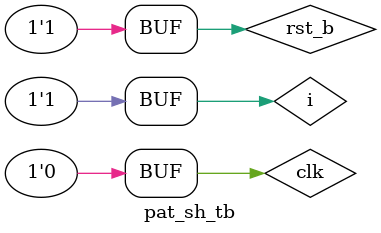
<source format=v>
module pat_sh(
  input clk, rst_b, i,
  output o
);
  reg [4:0] q;
  
  always @ (posedge clk, negedge rst_b)
    if (rst_b == 0) q <= 0;
    else q <= {q[3:0], i};
      
  assign o = (q == 5'b11011);
endmodule

module pat_sh_tb;
  reg clk, rst_b, i;
  wire o;
  
  pat_sh inst1(.clk(clk),.rst_b(rst_b),.i(i),.o(o));
  localparam CLK_PERIOD=100;
  localparam RUNNING_CYCLES=11;
  initial begin
    clk=0;
    repeat (2*RUNNING_CYCLES) #(CLK_PERIOD/2) clk=~clk;
  end
  localparam RST_DURATION=10;
  initial begin
    rst_b=0;
    #RST_DURATION rst_b=1;
  end
  initial begin
    i=1;
    #(1*CLK_PERIOD) i=~i;//0
    #(1*CLK_PERIOD) i=~i;//1
    #(2*CLK_PERIOD) i=~i;//0
    #(1*CLK_PERIOD) i=~i;//1
    #(2*CLK_PERIOD) i=~i;//0
    #(1*CLK_PERIOD) i=~i;//1
    #(2*CLK_PERIOD) i=~i;//0
    #(1*CLK_PERIOD) i=~i;//1
  end
endmodule
</source>
